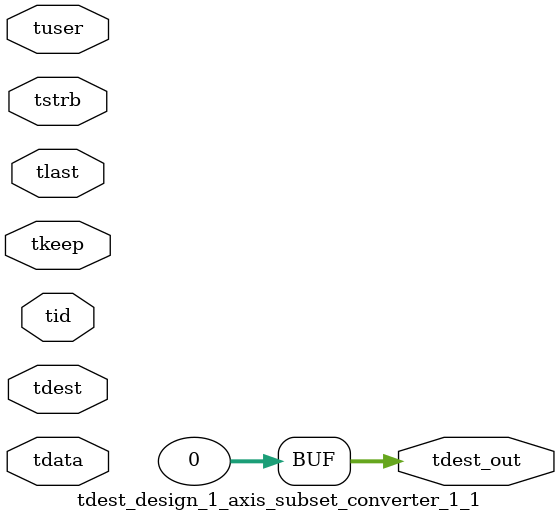
<source format=v>


`timescale 1ps/1ps

module tdest_design_1_axis_subset_converter_1_1 #
(
parameter C_S_AXIS_TDATA_WIDTH = 32,
parameter C_S_AXIS_TUSER_WIDTH = 0,
parameter C_S_AXIS_TID_WIDTH   = 0,
parameter C_S_AXIS_TDEST_WIDTH = 0,
parameter C_M_AXIS_TDEST_WIDTH = 32
)
(
input  [(C_S_AXIS_TDATA_WIDTH == 0 ? 1 : C_S_AXIS_TDATA_WIDTH)-1:0     ] tdata,
input  [(C_S_AXIS_TUSER_WIDTH == 0 ? 1 : C_S_AXIS_TUSER_WIDTH)-1:0     ] tuser,
input  [(C_S_AXIS_TID_WIDTH   == 0 ? 1 : C_S_AXIS_TID_WIDTH)-1:0       ] tid,
input  [(C_S_AXIS_TDEST_WIDTH == 0 ? 1 : C_S_AXIS_TDEST_WIDTH)-1:0     ] tdest,
input  [(C_S_AXIS_TDATA_WIDTH/8)-1:0 ] tkeep,
input  [(C_S_AXIS_TDATA_WIDTH/8)-1:0 ] tstrb,
input                                                                    tlast,
output [C_M_AXIS_TDEST_WIDTH-1:0] tdest_out
);

assign tdest_out = {1'b0};

endmodule


</source>
